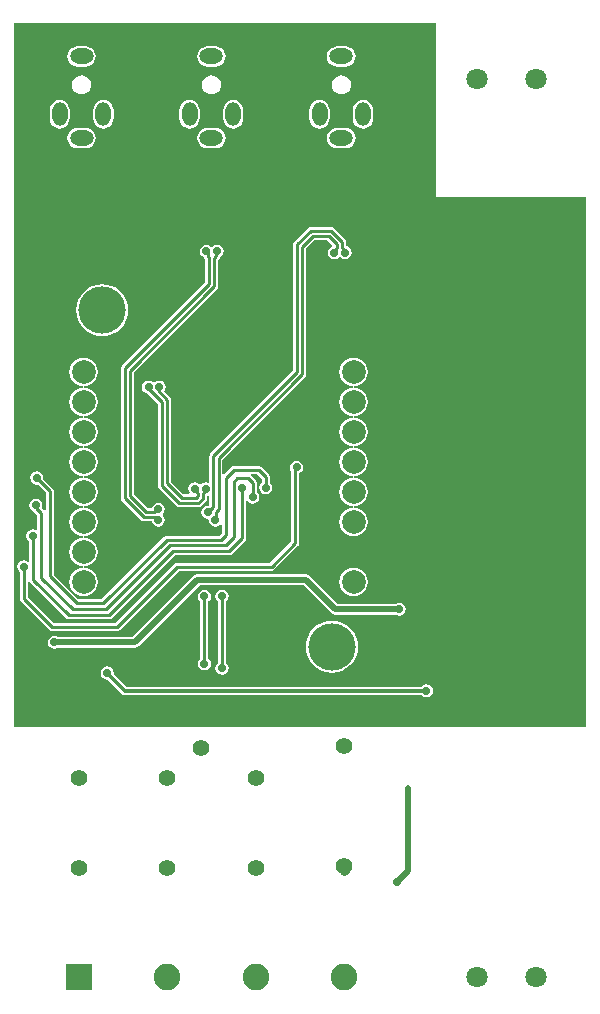
<source format=gbl>
G04*
G04 #@! TF.GenerationSoftware,Altium Limited,Altium Designer,19.0.14 (431)*
G04*
G04 Layer_Physical_Order=2*
G04 Layer_Color=16711680*
%FSLAX25Y25*%
%MOIN*%
G70*
G01*
G75*
%ADD11C,0.01000*%
%ADD14C,0.01181*%
%ADD34C,0.05512*%
%ADD35C,0.07874*%
%ADD36C,0.15748*%
%ADD37R,0.08858X0.08858*%
%ADD38C,0.08858*%
%ADD39C,0.07087*%
%ADD40O,0.05118X0.07874*%
%ADD41O,0.07874X0.05118*%
%ADD44C,0.01968*%
%ADD45C,0.02756*%
%ADD46C,0.02362*%
%ADD47C,0.02953*%
G36*
X141732Y279528D02*
X191709D01*
Y102756D01*
X1204D01*
Y337378D01*
X141732D01*
Y279528D01*
D02*
G37*
%LPC*%
G36*
X68307Y329753D02*
X65551D01*
X64678Y329639D01*
X63864Y329301D01*
X63165Y328765D01*
X62628Y328066D01*
X62291Y327252D01*
X62176Y326378D01*
X62291Y325505D01*
X62628Y324691D01*
X63165Y323991D01*
X63864Y323455D01*
X64678Y323118D01*
X65551Y323003D01*
X68307D01*
X69181Y323118D01*
X69995Y323455D01*
X70694Y323991D01*
X71231Y324691D01*
X71568Y325505D01*
X71683Y326378D01*
X71568Y327252D01*
X71231Y328066D01*
X70694Y328765D01*
X69995Y329301D01*
X69181Y329639D01*
X68307Y329753D01*
D02*
G37*
G36*
X25000D02*
X22244D01*
X21371Y329639D01*
X20556Y329301D01*
X19857Y328765D01*
X19321Y328066D01*
X18984Y327252D01*
X18869Y326378D01*
X18984Y325505D01*
X19321Y324691D01*
X19857Y323991D01*
X20556Y323455D01*
X21371Y323118D01*
X22244Y323003D01*
X25000D01*
X25874Y323118D01*
X26688Y323455D01*
X27387Y323991D01*
X27923Y324691D01*
X28260Y325505D01*
X28375Y326378D01*
X28260Y327252D01*
X27923Y328066D01*
X27387Y328765D01*
X26688Y329301D01*
X25874Y329639D01*
X25000Y329753D01*
D02*
G37*
G36*
X111614Y329753D02*
X108858D01*
X107985Y329639D01*
X107171Y329301D01*
X106472Y328765D01*
X105935Y328066D01*
X105598Y327252D01*
X105483Y326378D01*
X105598Y325505D01*
X105935Y324691D01*
X106472Y323991D01*
X107171Y323455D01*
X107985Y323118D01*
X108858Y323003D01*
X111614D01*
X112488Y323118D01*
X113302Y323455D01*
X114001Y323991D01*
X114537Y324691D01*
X114874Y325505D01*
X114989Y326378D01*
X114874Y327252D01*
X114537Y328066D01*
X114001Y328765D01*
X113302Y329301D01*
X112488Y329639D01*
X111614Y329753D01*
D02*
G37*
G36*
X66929Y320106D02*
X66107Y319998D01*
X65341Y319681D01*
X64683Y319176D01*
X64178Y318518D01*
X63861Y317752D01*
X63753Y316929D01*
X63861Y316107D01*
X64178Y315341D01*
X64683Y314683D01*
X65341Y314178D01*
X66107Y313861D01*
X66929Y313753D01*
X67752Y313861D01*
X68518Y314178D01*
X69176Y314683D01*
X69681Y315341D01*
X69998Y316107D01*
X70106Y316929D01*
X69998Y317752D01*
X69681Y318518D01*
X69176Y319176D01*
X68518Y319681D01*
X67752Y319998D01*
X66929Y320106D01*
D02*
G37*
G36*
X23622D02*
X22800Y319998D01*
X22034Y319681D01*
X21376Y319176D01*
X20871Y318518D01*
X20553Y317752D01*
X20445Y316929D01*
X20553Y316107D01*
X20871Y315341D01*
X21376Y314683D01*
X22034Y314178D01*
X22800Y313861D01*
X23622Y313753D01*
X24444Y313861D01*
X25210Y314178D01*
X25868Y314683D01*
X26373Y315341D01*
X26691Y316107D01*
X26799Y316929D01*
X26691Y317752D01*
X26373Y318518D01*
X25868Y319176D01*
X25210Y319681D01*
X24444Y319998D01*
X23622Y320106D01*
D02*
G37*
G36*
X110236Y320106D02*
X109414Y319998D01*
X108648Y319681D01*
X107990Y319176D01*
X107485Y318518D01*
X107168Y317752D01*
X107059Y316929D01*
X107168Y316107D01*
X107485Y315341D01*
X107990Y314683D01*
X108648Y314178D01*
X109414Y313861D01*
X110236Y313753D01*
X111058Y313861D01*
X111825Y314178D01*
X112483Y314683D01*
X112987Y315341D01*
X113305Y316107D01*
X113413Y316929D01*
X113305Y317752D01*
X112987Y318518D01*
X112483Y319176D01*
X111825Y319681D01*
X111058Y319998D01*
X110236Y320106D01*
D02*
G37*
G36*
X74213Y311840D02*
X73339Y311725D01*
X72525Y311388D01*
X71826Y310852D01*
X71290Y310152D01*
X70952Y309338D01*
X70837Y308465D01*
Y305709D01*
X70952Y304835D01*
X71290Y304021D01*
X71826Y303322D01*
X72525Y302786D01*
X73339Y302449D01*
X74213Y302333D01*
X75086Y302449D01*
X75901Y302786D01*
X76600Y303322D01*
X77136Y304021D01*
X77473Y304835D01*
X77588Y305709D01*
Y308465D01*
X77473Y309338D01*
X77136Y310152D01*
X76600Y310852D01*
X75901Y311388D01*
X75086Y311725D01*
X74213Y311840D01*
D02*
G37*
G36*
X59646D02*
X58772Y311725D01*
X57958Y311388D01*
X57259Y310852D01*
X56723Y310152D01*
X56386Y309338D01*
X56271Y308465D01*
Y305709D01*
X56386Y304835D01*
X56723Y304021D01*
X57259Y303322D01*
X57958Y302786D01*
X58772Y302449D01*
X59646Y302333D01*
X60519Y302449D01*
X61334Y302786D01*
X62033Y303322D01*
X62569Y304021D01*
X62906Y304835D01*
X63021Y305709D01*
Y308465D01*
X62906Y309338D01*
X62569Y310152D01*
X62033Y310852D01*
X61334Y311388D01*
X60519Y311725D01*
X59646Y311840D01*
D02*
G37*
G36*
X30906D02*
X30032Y311725D01*
X29218Y311388D01*
X28519Y310852D01*
X27982Y310152D01*
X27645Y309338D01*
X27530Y308465D01*
Y305709D01*
X27645Y304835D01*
X27982Y304021D01*
X28519Y303322D01*
X29218Y302786D01*
X30032Y302449D01*
X30906Y302333D01*
X31779Y302449D01*
X32593Y302786D01*
X33292Y303322D01*
X33829Y304021D01*
X34166Y304835D01*
X34281Y305709D01*
Y308465D01*
X34166Y309338D01*
X33829Y310152D01*
X33292Y310852D01*
X32593Y311388D01*
X31779Y311725D01*
X30906Y311840D01*
D02*
G37*
G36*
X16339D02*
X15465Y311725D01*
X14651Y311388D01*
X13952Y310852D01*
X13416Y310152D01*
X13078Y309338D01*
X12963Y308465D01*
Y305709D01*
X13078Y304835D01*
X13416Y304021D01*
X13952Y303322D01*
X14651Y302786D01*
X15465Y302449D01*
X16339Y302333D01*
X17212Y302449D01*
X18026Y302786D01*
X18725Y303322D01*
X19262Y304021D01*
X19599Y304835D01*
X19714Y305709D01*
Y308465D01*
X19599Y309338D01*
X19262Y310152D01*
X18725Y310852D01*
X18026Y311388D01*
X17212Y311725D01*
X16339Y311840D01*
D02*
G37*
G36*
X117520Y311840D02*
X116646Y311725D01*
X115832Y311388D01*
X115133Y310852D01*
X114597Y310152D01*
X114259Y309338D01*
X114144Y308465D01*
Y305709D01*
X114259Y304835D01*
X114597Y304021D01*
X115133Y303322D01*
X115832Y302786D01*
X116646Y302449D01*
X117520Y302333D01*
X118393Y302449D01*
X119207Y302786D01*
X119906Y303322D01*
X120443Y304021D01*
X120780Y304835D01*
X120895Y305709D01*
Y308465D01*
X120780Y309338D01*
X120443Y310152D01*
X119906Y310852D01*
X119207Y311388D01*
X118393Y311725D01*
X117520Y311840D01*
D02*
G37*
G36*
X102953D02*
X102079Y311725D01*
X101265Y311388D01*
X100566Y310852D01*
X100030Y310152D01*
X99692Y309338D01*
X99577Y308465D01*
Y305709D01*
X99692Y304835D01*
X100030Y304021D01*
X100566Y303322D01*
X101265Y302786D01*
X102079Y302449D01*
X102953Y302333D01*
X103826Y302449D01*
X104640Y302786D01*
X105340Y303322D01*
X105876Y304021D01*
X106213Y304835D01*
X106328Y305709D01*
Y308465D01*
X106213Y309338D01*
X105876Y310152D01*
X105340Y310852D01*
X104640Y311388D01*
X103826Y311725D01*
X102953Y311840D01*
D02*
G37*
G36*
X68307Y302588D02*
X65551D01*
X64678Y302473D01*
X63864Y302136D01*
X63165Y301600D01*
X62628Y300901D01*
X62291Y300086D01*
X62176Y299213D01*
X62291Y298339D01*
X62628Y297525D01*
X63165Y296826D01*
X63864Y296290D01*
X64678Y295953D01*
X65551Y295837D01*
X68307D01*
X69181Y295953D01*
X69995Y296290D01*
X70694Y296826D01*
X71231Y297525D01*
X71568Y298339D01*
X71683Y299213D01*
X71568Y300086D01*
X71231Y300901D01*
X70694Y301600D01*
X69995Y302136D01*
X69181Y302473D01*
X68307Y302588D01*
D02*
G37*
G36*
X25000D02*
X22244D01*
X21371Y302473D01*
X20556Y302136D01*
X19857Y301600D01*
X19321Y300901D01*
X18984Y300086D01*
X18869Y299213D01*
X18984Y298339D01*
X19321Y297525D01*
X19857Y296826D01*
X20556Y296290D01*
X21371Y295953D01*
X22244Y295837D01*
X25000D01*
X25874Y295953D01*
X26688Y296290D01*
X27387Y296826D01*
X27923Y297525D01*
X28260Y298339D01*
X28375Y299213D01*
X28260Y300086D01*
X27923Y300901D01*
X27387Y301600D01*
X26688Y302136D01*
X25874Y302473D01*
X25000Y302588D01*
D02*
G37*
G36*
X111614Y302588D02*
X108858D01*
X107985Y302473D01*
X107171Y302136D01*
X106472Y301600D01*
X105935Y300901D01*
X105598Y300086D01*
X105483Y299213D01*
X105598Y298339D01*
X105935Y297525D01*
X106472Y296826D01*
X107171Y296290D01*
X107985Y295953D01*
X108858Y295837D01*
X111614D01*
X112488Y295953D01*
X113302Y296290D01*
X114001Y296826D01*
X114537Y297525D01*
X114874Y298339D01*
X114989Y299213D01*
X114874Y300086D01*
X114537Y300901D01*
X114001Y301600D01*
X113302Y302136D01*
X112488Y302473D01*
X111614Y302588D01*
D02*
G37*
G36*
X68799Y263625D02*
X67954Y263457D01*
X67238Y262979D01*
X66817D01*
X66101Y263457D01*
X65256Y263625D01*
X64411Y263457D01*
X63695Y262979D01*
X63216Y262262D01*
X63048Y261417D01*
X63216Y260572D01*
X63695Y259856D01*
X64382Y259397D01*
X64420Y259205D01*
X64704Y258779D01*
X64829Y258655D01*
Y251081D01*
X37064Y223316D01*
X36779Y222890D01*
X36680Y222387D01*
Y179187D01*
X36779Y178685D01*
X37064Y178259D01*
X43472Y171851D01*
X43898Y171566D01*
X44400Y171467D01*
X47090D01*
X47173Y171048D01*
X47651Y170332D01*
X48368Y169854D01*
X49213Y169686D01*
X50058Y169854D01*
X50774Y170332D01*
X51252Y171048D01*
X51420Y171893D01*
X51252Y172738D01*
X50857Y173330D01*
X50806Y173665D01*
X50857Y174000D01*
X51252Y174592D01*
X51420Y175437D01*
X51252Y176282D01*
X50774Y176998D01*
X50058Y177476D01*
X49213Y177645D01*
X48368Y177476D01*
X47651Y176998D01*
X47173Y176282D01*
X47090Y175864D01*
X45678D01*
X41076Y180465D01*
Y221110D01*
X68841Y248875D01*
X69126Y249301D01*
X69226Y249803D01*
Y258655D01*
X69351Y258779D01*
X69635Y259205D01*
X69674Y259397D01*
X70360Y259856D01*
X70839Y260572D01*
X71007Y261417D01*
X70839Y262262D01*
X70360Y262979D01*
X69644Y263457D01*
X68799Y263625D01*
D02*
G37*
G36*
X106715Y269620D02*
X100054D01*
X99551Y269520D01*
X99125Y269235D01*
X94544Y264654D01*
X94260Y264228D01*
X94160Y263726D01*
Y221678D01*
X66592Y194110D01*
X66307Y193684D01*
X66207Y193182D01*
Y184610D01*
X65707Y184343D01*
X64961Y184491D01*
X64116Y184323D01*
X63524Y183928D01*
X63189Y183877D01*
X62854Y183928D01*
X62262Y184323D01*
X61417Y184491D01*
X60572Y184323D01*
X59856Y183845D01*
X59378Y183128D01*
X59210Y182283D01*
X59378Y181439D01*
X59620Y181076D01*
X59353Y180576D01*
X57501D01*
X53478Y184599D01*
Y211914D01*
X53378Y212416D01*
X53093Y212842D01*
X51183Y214752D01*
X51548Y215297D01*
X51716Y216142D01*
X51548Y216987D01*
X51069Y217703D01*
X50353Y218181D01*
X49508Y218350D01*
X48663Y218181D01*
X48071Y217786D01*
X47736Y217735D01*
X47401Y217786D01*
X46809Y218181D01*
X45965Y218350D01*
X45120Y218181D01*
X44403Y217703D01*
X43925Y216987D01*
X43757Y216142D01*
X43925Y215297D01*
X44403Y214581D01*
X45120Y214102D01*
X45738Y213979D01*
X49081Y210636D01*
Y183321D01*
X49181Y182819D01*
X49466Y182393D01*
X55295Y176563D01*
X55721Y176279D01*
X56223Y176179D01*
X62576D01*
X63078Y176279D01*
X63504Y176563D01*
X65003Y178062D01*
X65288Y178488D01*
X65387Y178991D01*
Y179885D01*
X65750Y180061D01*
X66207Y179792D01*
Y177005D01*
X65750Y176617D01*
X65748Y176617D01*
X64903Y176449D01*
X64187Y175971D01*
X63708Y175254D01*
X63540Y174409D01*
X63708Y173565D01*
X64187Y172848D01*
X64903Y172370D01*
X65748Y172202D01*
X66046Y171904D01*
X66214Y171059D01*
X66692Y170343D01*
X67409Y169864D01*
X68253Y169696D01*
X69098Y169864D01*
X69815Y170343D01*
X69841Y170382D01*
X70341Y170230D01*
Y167473D01*
X69535Y166667D01*
X51968D01*
X51466Y166567D01*
X51040Y166282D01*
X30165Y145407D01*
X22591D01*
X14305Y153693D01*
Y181575D01*
X14205Y182077D01*
X13920Y182503D01*
X10811Y185612D01*
X10869Y185905D01*
X10701Y186750D01*
X10222Y187466D01*
X9506Y187945D01*
X8661Y188113D01*
X7817Y187945D01*
X7100Y187466D01*
X6622Y186750D01*
X6454Y185905D01*
X6622Y185060D01*
X7100Y184344D01*
X7817Y183866D01*
X8661Y183697D01*
X8955Y183756D01*
X11680Y181031D01*
Y175191D01*
X11180Y175039D01*
X11164Y175062D01*
X10375Y175851D01*
X10425Y175927D01*
X10593Y176772D01*
X10425Y177617D01*
X9947Y178333D01*
X9230Y178811D01*
X8386Y178979D01*
X7541Y178811D01*
X6825Y178333D01*
X6346Y177617D01*
X6178Y176772D01*
X6346Y175927D01*
X6825Y175210D01*
X7541Y174732D01*
X7841Y174672D01*
X8924Y173590D01*
Y168706D01*
X8483Y168470D01*
X8325Y168575D01*
X7480Y168743D01*
X6635Y168575D01*
X5919Y168097D01*
X5441Y167380D01*
X5272Y166535D01*
X5441Y165691D01*
X5919Y164974D01*
X6168Y164808D01*
Y158277D01*
X5668Y158010D01*
X5176Y158339D01*
X4331Y158507D01*
X3486Y158339D01*
X2770Y157860D01*
X2291Y157144D01*
X2123Y156299D01*
X2291Y155454D01*
X2770Y154738D01*
X3018Y154572D01*
Y145669D01*
X3118Y145167D01*
X3403Y144741D01*
X12851Y135292D01*
X13277Y135008D01*
X13780Y134908D01*
X35433D01*
X35935Y135008D01*
X36361Y135292D01*
X56055Y154987D01*
X87008D01*
X87510Y155087D01*
X87936Y155371D01*
X95827Y163262D01*
X96112Y163688D01*
X96212Y164190D01*
Y187391D01*
X96837Y187809D01*
X97315Y188525D01*
X97483Y189370D01*
X97315Y190215D01*
X96837Y190931D01*
X96121Y191410D01*
X95276Y191578D01*
X94431Y191410D01*
X93714Y190931D01*
X93236Y190215D01*
X93068Y189370D01*
X93236Y188525D01*
X93586Y188001D01*
Y164734D01*
X86464Y157612D01*
X55512D01*
X55010Y157512D01*
X54584Y157227D01*
X34889Y137533D01*
X14323D01*
X5643Y146213D01*
Y154034D01*
X5668Y154049D01*
X6168Y153766D01*
Y151969D01*
X6268Y151466D01*
X6552Y151040D01*
X18363Y139229D01*
X18789Y138945D01*
X19291Y138845D01*
X32847D01*
X33350Y138945D01*
X33775Y139229D01*
X54651Y160105D01*
X72835D01*
X73337Y160205D01*
X73763Y160489D01*
X78093Y164820D01*
X78378Y165246D01*
X78478Y165748D01*
Y178068D01*
X78978Y178220D01*
X79147Y177966D01*
X79864Y177488D01*
X80709Y177320D01*
X81554Y177488D01*
X82270Y177966D01*
X82748Y178683D01*
X82916Y179528D01*
X82748Y180372D01*
X82270Y181089D01*
X82021Y181255D01*
Y184252D01*
X81921Y184754D01*
X81637Y185180D01*
X80062Y186755D01*
X80039Y186770D01*
X80191Y187270D01*
X82134D01*
X83727Y185677D01*
Y184404D01*
X83478Y184238D01*
X83000Y183522D01*
X82832Y182677D01*
X83000Y181832D01*
X83478Y181116D01*
X84194Y180638D01*
X85039Y180469D01*
X85884Y180638D01*
X86601Y181116D01*
X87079Y181832D01*
X87247Y182677D01*
X87079Y183522D01*
X86601Y184238D01*
X86352Y184404D01*
Y186221D01*
X86252Y186723D01*
X85967Y187149D01*
X83605Y189511D01*
X83179Y189795D01*
X82677Y189895D01*
X74410D01*
X73907Y189795D01*
X73481Y189511D01*
X71104Y187134D01*
X70604Y187341D01*
Y191904D01*
X98172Y219473D01*
X98457Y219899D01*
X98557Y220401D01*
Y262448D01*
X101331Y265223D01*
X105438D01*
X107078Y263583D01*
X107059Y263381D01*
X106946Y263008D01*
X106313Y262585D01*
X105834Y261869D01*
X105666Y261024D01*
X105834Y260179D01*
X106313Y259462D01*
X107029Y258984D01*
X107874Y258816D01*
X108719Y258984D01*
X109310Y259379D01*
X109646Y259430D01*
X109981Y259379D01*
X110573Y258984D01*
X111417Y258816D01*
X112262Y258984D01*
X112978Y259462D01*
X113457Y260179D01*
X113625Y261024D01*
X113457Y261869D01*
X112978Y262585D01*
X112262Y263063D01*
X111844Y263146D01*
Y264491D01*
X111744Y264993D01*
X111460Y265419D01*
X107643Y269235D01*
X107218Y269520D01*
X106715Y269620D01*
D02*
G37*
G36*
X30512Y250534D02*
X28814Y250367D01*
X27181Y249871D01*
X25676Y249067D01*
X24358Y247985D01*
X23275Y246666D01*
X22471Y245161D01*
X21976Y243528D01*
X21808Y241830D01*
X21976Y240133D01*
X22471Y238500D01*
X23275Y236995D01*
X24358Y235676D01*
X25676Y234594D01*
X27181Y233790D01*
X28814Y233294D01*
X30512Y233127D01*
X32210Y233294D01*
X33842Y233790D01*
X35347Y234594D01*
X36666Y235676D01*
X37748Y236995D01*
X38552Y238500D01*
X39048Y240133D01*
X39215Y241830D01*
X39048Y243528D01*
X38552Y245161D01*
X37748Y246666D01*
X36666Y247985D01*
X35347Y249067D01*
X33842Y249871D01*
X32210Y250367D01*
X30512Y250534D01*
D02*
G37*
G36*
X114291Y225985D02*
X113058Y225823D01*
X111909Y225347D01*
X110922Y224590D01*
X110164Y223603D01*
X109688Y222454D01*
X109526Y221220D01*
X109688Y219987D01*
X110164Y218838D01*
X110922Y217851D01*
X111909Y217093D01*
X113058Y216617D01*
X113935Y216502D01*
X114160Y216472D01*
Y215968D01*
X113935Y215939D01*
X113058Y215823D01*
X111909Y215347D01*
X110922Y214590D01*
X110164Y213603D01*
X109688Y212454D01*
X109526Y211220D01*
X109688Y209987D01*
X110164Y208838D01*
X110922Y207851D01*
X111909Y207094D01*
X113058Y206617D01*
X113935Y206502D01*
X114160Y206472D01*
Y205968D01*
X113935Y205939D01*
X113058Y205823D01*
X111909Y205347D01*
X110922Y204590D01*
X110164Y203603D01*
X109688Y202454D01*
X109526Y201220D01*
X109688Y199987D01*
X110164Y198838D01*
X110922Y197851D01*
X111909Y197093D01*
X113058Y196617D01*
X113935Y196502D01*
X114160Y196472D01*
Y195968D01*
X113935Y195939D01*
X113058Y195823D01*
X111909Y195347D01*
X110922Y194590D01*
X110164Y193603D01*
X109688Y192454D01*
X109526Y191220D01*
X109688Y189987D01*
X110164Y188838D01*
X110922Y187851D01*
X111909Y187093D01*
X113058Y186618D01*
X113935Y186502D01*
X114160Y186472D01*
Y185968D01*
X113935Y185939D01*
X113058Y185823D01*
X111909Y185347D01*
X110922Y184590D01*
X110164Y183603D01*
X109688Y182454D01*
X109526Y181220D01*
X109688Y179987D01*
X110164Y178838D01*
X110922Y177851D01*
X111909Y177094D01*
X113058Y176618D01*
X113935Y176502D01*
X114160Y176472D01*
Y175968D01*
X113935Y175939D01*
X113058Y175823D01*
X111909Y175347D01*
X110922Y174590D01*
X110164Y173603D01*
X109688Y172454D01*
X109526Y171220D01*
X109688Y169987D01*
X110164Y168838D01*
X110922Y167851D01*
X111909Y167094D01*
X113058Y166618D01*
X114291Y166455D01*
X115524Y166618D01*
X116674Y167094D01*
X117661Y167851D01*
X118418Y168838D01*
X118894Y169987D01*
X119056Y171220D01*
X118894Y172454D01*
X118418Y173603D01*
X117661Y174590D01*
X116674Y175347D01*
X115524Y175823D01*
X114647Y175939D01*
X114423Y175968D01*
Y176472D01*
X114647Y176502D01*
X115524Y176618D01*
X116674Y177094D01*
X117661Y177851D01*
X118418Y178838D01*
X118894Y179987D01*
X119056Y181220D01*
X118894Y182454D01*
X118418Y183603D01*
X117661Y184590D01*
X116674Y185347D01*
X115524Y185823D01*
X114647Y185939D01*
X114423Y185968D01*
Y186472D01*
X114647Y186502D01*
X115524Y186618D01*
X116674Y187093D01*
X117661Y187851D01*
X118418Y188838D01*
X118894Y189987D01*
X119056Y191220D01*
X118894Y192454D01*
X118418Y193603D01*
X117661Y194590D01*
X116674Y195347D01*
X115524Y195823D01*
X114647Y195939D01*
X114423Y195968D01*
Y196472D01*
X114647Y196502D01*
X115524Y196617D01*
X116674Y197093D01*
X117661Y197851D01*
X118418Y198838D01*
X118894Y199987D01*
X119056Y201220D01*
X118894Y202454D01*
X118418Y203603D01*
X117661Y204590D01*
X116674Y205347D01*
X115524Y205823D01*
X114647Y205939D01*
X114423Y205968D01*
Y206472D01*
X114647Y206502D01*
X115524Y206617D01*
X116674Y207094D01*
X117661Y207851D01*
X118418Y208838D01*
X118894Y209987D01*
X119056Y211220D01*
X118894Y212454D01*
X118418Y213603D01*
X117661Y214590D01*
X116674Y215347D01*
X115524Y215823D01*
X114647Y215939D01*
X114423Y215968D01*
Y216472D01*
X114647Y216502D01*
X115524Y216617D01*
X116674Y217093D01*
X117661Y217851D01*
X118418Y218838D01*
X118894Y219987D01*
X119056Y221220D01*
X118894Y222454D01*
X118418Y223603D01*
X117661Y224590D01*
X116674Y225347D01*
X115524Y225823D01*
X114291Y225985D01*
D02*
G37*
G36*
Y155985D02*
X113058Y155823D01*
X111909Y155347D01*
X110922Y154590D01*
X110164Y153603D01*
X109688Y152454D01*
X109526Y151220D01*
X109688Y149987D01*
X110164Y148838D01*
X110922Y147851D01*
X111909Y147093D01*
X113058Y146617D01*
X114291Y146455D01*
X115524Y146617D01*
X116674Y147093D01*
X117661Y147851D01*
X118418Y148838D01*
X118894Y149987D01*
X119056Y151220D01*
X118894Y152454D01*
X118418Y153603D01*
X117661Y154590D01*
X116674Y155347D01*
X115524Y155823D01*
X114291Y155985D01*
D02*
G37*
G36*
X24291Y225985D02*
X23058Y225823D01*
X21909Y225347D01*
X20922Y224590D01*
X20164Y223603D01*
X19688Y222454D01*
X19526Y221220D01*
X19688Y219987D01*
X20164Y218838D01*
X20922Y217851D01*
X21909Y217093D01*
X23058Y216617D01*
X23935Y216502D01*
X24160Y216472D01*
Y215968D01*
X23935Y215939D01*
X23058Y215823D01*
X21909Y215347D01*
X20922Y214590D01*
X20164Y213603D01*
X19688Y212454D01*
X19526Y211220D01*
X19688Y209987D01*
X20164Y208838D01*
X20922Y207851D01*
X21909Y207094D01*
X23058Y206617D01*
X23935Y206502D01*
X24160Y206472D01*
Y205968D01*
X23935Y205939D01*
X23058Y205823D01*
X21909Y205347D01*
X20922Y204590D01*
X20164Y203603D01*
X19688Y202454D01*
X19526Y201220D01*
X19688Y199987D01*
X20164Y198838D01*
X20922Y197851D01*
X21909Y197093D01*
X23058Y196617D01*
X23935Y196502D01*
X24160Y196472D01*
Y195968D01*
X23935Y195939D01*
X23058Y195823D01*
X21909Y195347D01*
X20922Y194590D01*
X20164Y193603D01*
X19688Y192454D01*
X19526Y191220D01*
X19688Y189987D01*
X20164Y188838D01*
X20922Y187851D01*
X21909Y187093D01*
X23058Y186618D01*
X23935Y186502D01*
X24160Y186472D01*
Y185968D01*
X23935Y185939D01*
X23058Y185823D01*
X21909Y185347D01*
X20922Y184590D01*
X20164Y183603D01*
X19688Y182454D01*
X19526Y181220D01*
X19688Y179987D01*
X20164Y178838D01*
X20922Y177851D01*
X21909Y177094D01*
X23058Y176618D01*
X23935Y176502D01*
X24160Y176472D01*
Y175968D01*
X23935Y175939D01*
X23058Y175823D01*
X21909Y175347D01*
X20922Y174590D01*
X20164Y173603D01*
X19688Y172454D01*
X19526Y171220D01*
X19688Y169987D01*
X20164Y168838D01*
X20922Y167851D01*
X21909Y167094D01*
X23058Y166618D01*
X23935Y166502D01*
X24160Y166472D01*
Y165968D01*
X23935Y165939D01*
X23058Y165823D01*
X21909Y165347D01*
X20922Y164590D01*
X20164Y163603D01*
X19688Y162454D01*
X19526Y161220D01*
X19688Y159987D01*
X20164Y158838D01*
X20922Y157851D01*
X21909Y157094D01*
X23058Y156617D01*
X23935Y156502D01*
X24160Y156472D01*
Y155968D01*
X23935Y155939D01*
X23058Y155823D01*
X21909Y155347D01*
X20922Y154590D01*
X20164Y153603D01*
X19688Y152454D01*
X19526Y151220D01*
X19688Y149987D01*
X20164Y148838D01*
X20922Y147851D01*
X21909Y147093D01*
X23058Y146617D01*
X24291Y146455D01*
X25525Y146617D01*
X26674Y147093D01*
X27661Y147851D01*
X28418Y148838D01*
X28894Y149987D01*
X29056Y151220D01*
X28894Y152454D01*
X28418Y153603D01*
X27661Y154590D01*
X26674Y155347D01*
X25525Y155823D01*
X24647Y155939D01*
X24423Y155968D01*
Y156472D01*
X24647Y156502D01*
X25525Y156617D01*
X26674Y157094D01*
X27661Y157851D01*
X28418Y158838D01*
X28894Y159987D01*
X29056Y161220D01*
X28894Y162454D01*
X28418Y163603D01*
X27661Y164590D01*
X26674Y165347D01*
X25525Y165823D01*
X24647Y165939D01*
X24423Y165968D01*
Y166472D01*
X24647Y166502D01*
X25525Y166618D01*
X26674Y167094D01*
X27661Y167851D01*
X28418Y168838D01*
X28894Y169987D01*
X29056Y171220D01*
X28894Y172454D01*
X28418Y173603D01*
X27661Y174590D01*
X26674Y175347D01*
X25525Y175823D01*
X24647Y175939D01*
X24423Y175968D01*
Y176472D01*
X24647Y176502D01*
X25525Y176618D01*
X26674Y177094D01*
X27661Y177851D01*
X28418Y178838D01*
X28894Y179987D01*
X29056Y181220D01*
X28894Y182454D01*
X28418Y183603D01*
X27661Y184590D01*
X26674Y185347D01*
X25525Y185823D01*
X24647Y185939D01*
X24423Y185968D01*
Y186472D01*
X24647Y186502D01*
X25525Y186618D01*
X26674Y187093D01*
X27661Y187851D01*
X28418Y188838D01*
X28894Y189987D01*
X29056Y191220D01*
X28894Y192454D01*
X28418Y193603D01*
X27661Y194590D01*
X26674Y195347D01*
X25525Y195823D01*
X24647Y195939D01*
X24423Y195968D01*
Y196472D01*
X24647Y196502D01*
X25525Y196617D01*
X26674Y197093D01*
X27661Y197851D01*
X28418Y198838D01*
X28894Y199987D01*
X29056Y201220D01*
X28894Y202454D01*
X28418Y203603D01*
X27661Y204590D01*
X26674Y205347D01*
X25525Y205823D01*
X24647Y205939D01*
X24423Y205968D01*
Y206472D01*
X24647Y206502D01*
X25525Y206617D01*
X26674Y207094D01*
X27661Y207851D01*
X28418Y208838D01*
X28894Y209987D01*
X29056Y211220D01*
X28894Y212454D01*
X28418Y213603D01*
X27661Y214590D01*
X26674Y215347D01*
X25525Y215823D01*
X24647Y215939D01*
X24423Y215968D01*
Y216472D01*
X24647Y216502D01*
X25525Y216617D01*
X26674Y217093D01*
X27661Y217851D01*
X28418Y218838D01*
X28894Y219987D01*
X29056Y221220D01*
X28894Y222454D01*
X28418Y223603D01*
X27661Y224590D01*
X26674Y225347D01*
X25525Y225823D01*
X24291Y225985D01*
D02*
G37*
G36*
X98425Y153775D02*
X62205D01*
X61514Y153637D01*
X60927Y153246D01*
X40590Y132909D01*
X15761D01*
X15412Y133142D01*
X14567Y133310D01*
X13722Y133142D01*
X13006Y132664D01*
X12527Y131947D01*
X12359Y131102D01*
X12527Y130257D01*
X13006Y129541D01*
X13722Y129063D01*
X14567Y128895D01*
X15412Y129063D01*
X15761Y129296D01*
X41339D01*
X42030Y129434D01*
X42616Y129825D01*
X62953Y150162D01*
X97677D01*
X106990Y140849D01*
X107577Y140457D01*
X108268Y140320D01*
X128333D01*
X128683Y140086D01*
X129528Y139918D01*
X130372Y140086D01*
X131089Y140565D01*
X131567Y141281D01*
X131735Y142126D01*
X131567Y142971D01*
X131089Y143687D01*
X130372Y144166D01*
X129528Y144334D01*
X128683Y144166D01*
X128333Y143932D01*
X109016D01*
X99703Y153246D01*
X99116Y153637D01*
X98425Y153775D01*
D02*
G37*
G36*
X64567Y148664D02*
X63722Y148496D01*
X63006Y148018D01*
X62527Y147302D01*
X62359Y146457D01*
X62527Y145612D01*
X63006Y144896D01*
X63254Y144729D01*
Y125743D01*
X63006Y125577D01*
X62527Y124861D01*
X62359Y124016D01*
X62527Y123171D01*
X63006Y122455D01*
X63722Y121976D01*
X64567Y121808D01*
X65412Y121976D01*
X66128Y122455D01*
X66607Y123171D01*
X66775Y124016D01*
X66607Y124861D01*
X66128Y125577D01*
X65879Y125743D01*
Y144729D01*
X66128Y144896D01*
X66607Y145612D01*
X66775Y146457D01*
X66607Y147302D01*
X66128Y148018D01*
X65412Y148496D01*
X64567Y148664D01*
D02*
G37*
G36*
X107086Y138328D02*
X105388Y138161D01*
X103755Y137666D01*
X102251Y136862D01*
X100932Y135779D01*
X99849Y134460D01*
X99045Y132956D01*
X98550Y131323D01*
X98383Y129625D01*
X98550Y127927D01*
X99045Y126295D01*
X99849Y124790D01*
X100932Y123471D01*
X102251Y122389D01*
X103755Y121584D01*
X105388Y121089D01*
X107086Y120922D01*
X108784Y121089D01*
X110416Y121584D01*
X111921Y122389D01*
X113240Y123471D01*
X114322Y124790D01*
X115127Y126295D01*
X115622Y127927D01*
X115789Y129625D01*
X115622Y131323D01*
X115127Y132956D01*
X114322Y134460D01*
X113240Y135779D01*
X111921Y136862D01*
X110416Y137666D01*
X108784Y138161D01*
X107086Y138328D01*
D02*
G37*
G36*
X70472Y148664D02*
X69628Y148496D01*
X68911Y148018D01*
X68433Y147302D01*
X68265Y146457D01*
X68433Y145612D01*
X68911Y144896D01*
X69160Y144729D01*
Y124168D01*
X68911Y124002D01*
X68433Y123286D01*
X68265Y122441D01*
X68433Y121596D01*
X68911Y120880D01*
X69628Y120401D01*
X70472Y120233D01*
X71317Y120401D01*
X72034Y120880D01*
X72512Y121596D01*
X72680Y122441D01*
X72512Y123286D01*
X72034Y124002D01*
X71785Y124168D01*
Y144729D01*
X72034Y144896D01*
X72512Y145612D01*
X72680Y146457D01*
X72512Y147302D01*
X72034Y148018D01*
X71317Y148496D01*
X70472Y148664D01*
D02*
G37*
G36*
X32183Y123074D02*
X31338Y122906D01*
X30622Y122427D01*
X30143Y121711D01*
X29975Y120866D01*
X30143Y120021D01*
X30622Y119305D01*
X31338Y118826D01*
X32183Y118658D01*
X32367Y118695D01*
X37095Y113967D01*
X37551Y113663D01*
X38088Y113556D01*
X136917D01*
X137022Y113400D01*
X137738Y112921D01*
X138583Y112753D01*
X139428Y112921D01*
X140144Y113400D01*
X140622Y114116D01*
X140790Y114961D01*
X140622Y115805D01*
X140144Y116522D01*
X139428Y117000D01*
X138583Y117168D01*
X137738Y117000D01*
X137022Y116522D01*
X136917Y116366D01*
X38670D01*
X34354Y120682D01*
X34391Y120866D01*
X34222Y121711D01*
X33744Y122427D01*
X33028Y122906D01*
X32183Y123074D01*
D02*
G37*
%LPD*%
D11*
X64567Y124016D02*
Y146457D01*
X108760Y262442D02*
Y263757D01*
X107874Y261556D02*
X108760Y262442D01*
X107874Y261024D02*
Y261556D01*
X105981Y266535D02*
X108760Y263757D01*
X100787Y266535D02*
X105981D01*
X97244Y262992D02*
X100787Y266535D01*
X97244Y220401D02*
Y262992D01*
X69291Y192448D02*
X97244Y220401D01*
X69291Y175443D02*
Y192448D01*
X68311Y174463D02*
X69291Y175443D01*
X68311Y171962D02*
Y174463D01*
X68253Y171904D02*
X68311Y171962D01*
X110531Y262442D02*
X111417Y261556D01*
X110531Y262442D02*
Y264491D01*
X111417Y261024D02*
Y261556D01*
X100054Y268307D02*
X106715D01*
X95473Y263726D02*
X100054Y268307D01*
X106715D02*
X110531Y264491D01*
X95473Y221135D02*
Y263726D01*
X67520Y193182D02*
X95473Y221135D01*
X67520Y176177D02*
Y193182D01*
X65752Y174409D02*
X67520Y176177D01*
X65748Y174409D02*
X65752D01*
X71653Y166929D02*
Y185827D01*
X70079Y165354D02*
X71653Y166929D01*
X51968Y165354D02*
X70079D01*
X77165Y165748D02*
Y182677D01*
X72835Y161417D02*
X77165Y165748D01*
X54107Y161417D02*
X72835D01*
X19291Y140157D02*
X32847D01*
X7480Y151969D02*
X19291Y140157D01*
X7480Y151969D02*
Y166535D01*
X22047Y144095D02*
X30709D01*
X12992Y153150D02*
X22047Y144095D01*
X12992Y153150D02*
Y181575D01*
X30709Y144095D02*
X51968Y165354D01*
X32847Y140157D02*
X54107Y161417D01*
X71654Y163386D02*
X74410Y166142D01*
X53150Y163386D02*
X71654D01*
X31890Y142126D02*
X53150Y163386D01*
X87008Y156299D02*
X94899Y164190D01*
X55512Y156299D02*
X87008D01*
X35433Y136221D02*
X55512Y156299D01*
X94899Y164190D02*
Y188993D01*
X13780Y136221D02*
X35433D01*
X4331Y145669D02*
X13780Y136221D01*
X4331Y145669D02*
Y156299D01*
X8386Y175984D02*
Y176772D01*
Y175984D02*
X10236Y174134D01*
X8661Y185905D02*
X12992Y181575D01*
X71653Y185827D02*
X74410Y188583D01*
X74410Y166142D02*
Y184646D01*
X75590Y185827D01*
X50394Y183321D02*
X56223Y177491D01*
X50394Y183321D02*
Y211180D01*
X56957Y179263D02*
X61842D01*
X52165Y184055D02*
X56957Y179263D01*
X52165Y184055D02*
Y211914D01*
X48989Y215090D02*
X52165Y211914D01*
X45965Y215609D02*
X50394Y211180D01*
X48989Y215090D02*
X49508Y215609D01*
X48989Y215090D02*
Y215090D01*
X64961Y181751D02*
Y182283D01*
X64075Y180865D02*
X64961Y181751D01*
X64075Y178991D02*
Y180865D01*
X62576Y177491D02*
X64075Y178991D01*
X56223Y177491D02*
X62576D01*
X61417Y181751D02*
Y182283D01*
Y181751D02*
X62303Y180865D01*
Y179724D02*
Y180865D01*
X61842Y179263D02*
X62303Y179724D01*
X45965Y215609D02*
Y216142D01*
X49508Y215609D02*
Y216142D01*
X66142Y250537D02*
Y259198D01*
X37992Y222387D02*
X66142Y250537D01*
X67913Y249803D02*
Y259198D01*
X39764Y221654D02*
X67913Y249803D01*
X39764Y179921D02*
Y221654D01*
X37992Y179187D02*
Y222387D01*
X65633Y259708D02*
Y261041D01*
X65256Y261417D02*
X65633Y261041D01*
X68423D02*
X68799Y261417D01*
X67913Y259198D02*
X68423Y259708D01*
Y261041D01*
X65633Y259708D02*
X66142Y259198D01*
X37992Y179187D02*
X44400Y172779D01*
X39764Y179921D02*
X45134Y174551D01*
X48680Y171893D02*
X49213D01*
X47794Y172779D02*
X48680Y171893D01*
X44400Y172779D02*
X47794D01*
X48680Y175437D02*
X49213D01*
X47794Y174551D02*
X48680Y175437D01*
X45134Y174551D02*
X47794D01*
X94899Y188993D02*
X95276Y189370D01*
X85039Y182677D02*
Y186221D01*
X82677Y188583D02*
X85039Y186221D01*
X74410Y188583D02*
X82677D01*
X80709Y179528D02*
Y184252D01*
X79134Y185827D02*
X80709Y184252D01*
X75590Y185827D02*
X79134D01*
X20608Y142126D02*
X31890D01*
X10236Y152497D02*
Y174134D01*
Y152497D02*
X20608Y142126D01*
X70472Y122441D02*
Y146457D01*
D14*
X32183Y120866D02*
X38088Y114961D01*
X138583D01*
D34*
X111221Y56378D02*
D03*
Y96378D02*
D03*
X63385Y95984D02*
D03*
X81693Y55866D02*
D03*
Y85866D02*
D03*
X52165Y55866D02*
D03*
Y85866D02*
D03*
X22638Y55866D02*
D03*
Y85866D02*
D03*
D35*
X24291Y151220D02*
D03*
Y161220D02*
D03*
Y171220D02*
D03*
Y181220D02*
D03*
Y191220D02*
D03*
Y201220D02*
D03*
Y211220D02*
D03*
Y221220D02*
D03*
X114291Y201220D02*
D03*
Y191220D02*
D03*
Y221220D02*
D03*
Y211220D02*
D03*
Y181220D02*
D03*
Y171220D02*
D03*
Y161220D02*
D03*
Y151220D02*
D03*
D36*
X30512Y241830D02*
D03*
X107086Y129625D02*
D03*
D37*
X22638Y19686D02*
D03*
D38*
X52165D02*
D03*
X81693D02*
D03*
X111220D02*
D03*
D39*
X155512Y318898D02*
D03*
X175197D02*
D03*
X155512Y19685D02*
D03*
X175197D02*
D03*
D40*
X30906Y307087D02*
D03*
X16339D02*
D03*
X74213D02*
D03*
X59646D02*
D03*
X117520Y307087D02*
D03*
X102953D02*
D03*
D41*
X23622Y299213D02*
D03*
Y326378D02*
D03*
X66929Y299213D02*
D03*
Y326378D02*
D03*
X110236Y299213D02*
D03*
Y326378D02*
D03*
D44*
X132309Y63779D02*
Y82677D01*
Y54808D02*
Y63779D01*
X128683Y51181D02*
X132309Y54808D01*
X108268Y142126D02*
X129528D01*
X98425Y151969D02*
X108268Y142126D01*
X62205Y151969D02*
X98425D01*
X41339Y131102D02*
X62205Y151969D01*
X14567Y131102D02*
X41339D01*
D45*
X70472Y122441D02*
D03*
X32183Y120866D02*
D03*
X64567Y124016D02*
D03*
X128683Y51181D02*
D03*
X107874Y261024D02*
D03*
X111417D02*
D03*
X68253Y171904D02*
D03*
X65748Y174409D02*
D03*
X3937Y334646D02*
D03*
X11811Y334646D02*
D03*
X19685D02*
D03*
X27559D02*
D03*
X51181D02*
D03*
X43307D02*
D03*
X35433D02*
D03*
X74803D02*
D03*
X66929D02*
D03*
X59055D02*
D03*
X98425D02*
D03*
X90551D02*
D03*
X82677D02*
D03*
X122047D02*
D03*
X114173D02*
D03*
X106299D02*
D03*
X137795D02*
D03*
X129921D02*
D03*
X3937Y269801D02*
D03*
Y277906D02*
D03*
Y286012D02*
D03*
Y310329D02*
D03*
Y302223D02*
D03*
Y294118D02*
D03*
Y326540D02*
D03*
Y318434D02*
D03*
Y110236D02*
D03*
Y133858D02*
D03*
Y125984D02*
D03*
Y118110D02*
D03*
Y141732D02*
D03*
Y204956D02*
D03*
Y196850D02*
D03*
Y229273D02*
D03*
Y221167D02*
D03*
Y213062D02*
D03*
Y253590D02*
D03*
Y245484D02*
D03*
Y237378D02*
D03*
Y261695D02*
D03*
X188976Y257874D02*
D03*
Y234252D02*
D03*
Y242126D02*
D03*
Y250000D02*
D03*
Y210630D02*
D03*
Y218504D02*
D03*
Y226378D02*
D03*
Y187008D02*
D03*
Y194882D02*
D03*
Y202756D02*
D03*
Y163386D02*
D03*
Y171260D02*
D03*
Y179134D02*
D03*
Y139764D02*
D03*
Y147638D02*
D03*
Y155512D02*
D03*
Y116142D02*
D03*
Y124016D02*
D03*
Y131890D02*
D03*
Y108268D02*
D03*
X4331Y156299D02*
D03*
X7480Y166535D02*
D03*
X8386Y176772D02*
D03*
X8661Y185905D02*
D03*
X64961Y182283D02*
D03*
X61417D02*
D03*
X49508Y216142D02*
D03*
X45965D02*
D03*
X68799Y261417D02*
D03*
X65256D02*
D03*
X49213Y175437D02*
D03*
Y171893D02*
D03*
X138583Y114961D02*
D03*
X129528Y142126D02*
D03*
X14567Y131102D02*
D03*
X77165Y182677D02*
D03*
X80709Y179528D02*
D03*
X85039Y182677D02*
D03*
X95276Y189370D02*
D03*
X70472Y146457D02*
D03*
X64567D02*
D03*
D46*
X14763Y139753D02*
D03*
X60039Y203148D02*
D03*
X45079Y189764D02*
D03*
X132309Y63779D02*
D03*
X147441Y219291D02*
D03*
D47*
X111220Y54921D02*
X111811Y55512D01*
M02*

</source>
